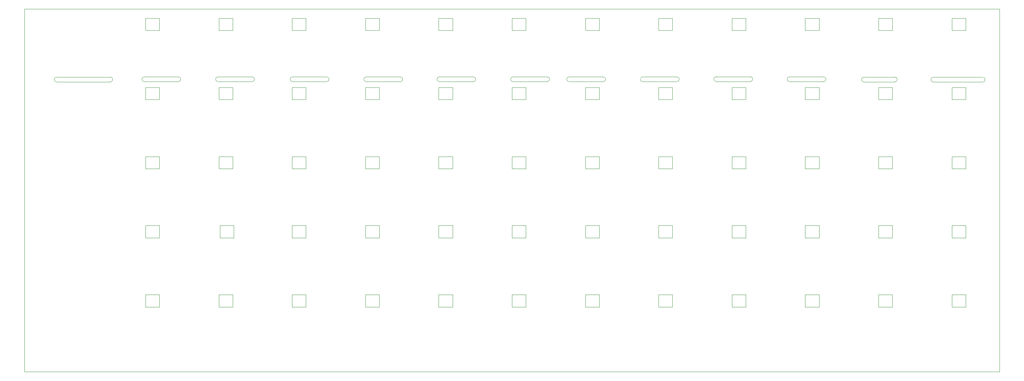
<source format=gbr>
%TF.GenerationSoftware,KiCad,Pcbnew,(6.0.1)*%
%TF.CreationDate,2022-01-22T18:41:09-05:00*%
%TF.ProjectId,ortho,6f727468-6f2e-46b6-9963-61645f706362,rev?*%
%TF.SameCoordinates,Original*%
%TF.FileFunction,Profile,NP*%
%FSLAX46Y46*%
G04 Gerber Fmt 4.6, Leading zero omitted, Abs format (unit mm)*
G04 Created by KiCad (PCBNEW (6.0.1)) date 2022-01-22 18:41:09*
%MOMM*%
%LPD*%
G01*
G04 APERTURE LIST*
%TA.AperFunction,Profile*%
%ADD10C,0.100000*%
%TD*%
%TA.AperFunction,Profile*%
%ADD11C,0.120000*%
%TD*%
G04 APERTURE END LIST*
D10*
X90750000Y-51850000D02*
G75*
G03*
X90750000Y-50650000I0J600000D01*
G01*
X37650000Y-51900000D02*
G75*
G03*
X37650000Y-50700000I0J600000D01*
G01*
X176770000Y-51850000D02*
G75*
G03*
X176770000Y-50650000I0J600000D01*
G01*
X186450000Y-50605150D02*
G75*
G03*
X186450000Y-51805150I0J-600000D01*
G01*
X118450000Y-50650000D02*
X126800000Y-50650000D01*
X239750000Y-50748850D02*
X251850000Y-50748850D01*
X46000000Y-50650000D02*
X54350000Y-50650000D01*
X100500000Y-50650000D02*
G75*
G03*
X100500000Y-51850000I0J-600000D01*
G01*
X126800000Y-51850000D02*
G75*
G03*
X126800000Y-50650000I0J600000D01*
G01*
X168420000Y-51850000D02*
X176770000Y-51850000D01*
X82400000Y-50650000D02*
G75*
G03*
X82400000Y-51850000I0J-600000D01*
G01*
X150320000Y-51850000D02*
X158670000Y-51850000D01*
X100500000Y-50650000D02*
X108850000Y-50650000D01*
X222700000Y-51900000D02*
X230300000Y-51900000D01*
X230300000Y-51900000D02*
G75*
G03*
X230300000Y-50700000I0J600000D01*
G01*
X24450000Y-51900000D02*
X37650000Y-51900000D01*
X239750000Y-51948850D02*
X251850000Y-51948850D01*
X46000000Y-51850000D02*
X54350000Y-51850000D01*
X204450000Y-51850000D02*
X212800000Y-51850000D01*
X251850000Y-51948850D02*
G75*
G03*
X251850000Y-50748850I0J600000D01*
G01*
X204450000Y-50650000D02*
G75*
G03*
X204450000Y-51850000I0J-600000D01*
G01*
X82400000Y-50650000D02*
X90750000Y-50650000D01*
X150320000Y-50650000D02*
G75*
G03*
X150320000Y-51850000I0J-600000D01*
G01*
X118450000Y-50650000D02*
G75*
G03*
X118450000Y-51850000I0J-600000D01*
G01*
X72450000Y-51850000D02*
G75*
G03*
X72450000Y-50650000I0J600000D01*
G01*
X16600000Y-34000000D02*
X256000000Y-34000000D01*
X256000000Y-34000000D02*
X256000000Y-123200000D01*
X256000000Y-123200000D02*
X16600000Y-123200000D01*
X16600000Y-123200000D02*
X16600000Y-34000000D01*
X158670000Y-51850000D02*
G75*
G03*
X158670000Y-50650000I0J600000D01*
G01*
X222700000Y-50700000D02*
X230300000Y-50700000D01*
X194800000Y-51805150D02*
G75*
G03*
X194800000Y-50605150I0J600000D01*
G01*
X82400000Y-51850000D02*
X90750000Y-51850000D01*
X46000000Y-50650000D02*
G75*
G03*
X46000000Y-51850000I0J-600000D01*
G01*
X168420000Y-50650000D02*
X176770000Y-50650000D01*
X136550000Y-50650000D02*
X144900000Y-50650000D01*
X204450000Y-50650000D02*
X212800000Y-50650000D01*
X212800000Y-51850000D02*
G75*
G03*
X212800000Y-50650000I0J600000D01*
G01*
X150320000Y-50650000D02*
X158670000Y-50650000D01*
X54350000Y-51850000D02*
G75*
G03*
X54350000Y-50650000I0J600000D01*
G01*
X100500000Y-51850000D02*
X108850000Y-51850000D01*
X118450000Y-51850000D02*
X126800000Y-51850000D01*
X64100000Y-51850000D02*
X72450000Y-51850000D01*
X64100000Y-50650000D02*
X72450000Y-50650000D01*
X222700000Y-50700000D02*
G75*
G03*
X222700000Y-51900000I0J-600000D01*
G01*
X136550000Y-51850000D02*
X144900000Y-51850000D01*
X239750000Y-50748850D02*
G75*
G03*
X239750000Y-51948850I0J-600000D01*
G01*
X108850000Y-51850000D02*
G75*
G03*
X108850000Y-50650000I0J600000D01*
G01*
X144900000Y-51850000D02*
G75*
G03*
X144900000Y-50650000I0J600000D01*
G01*
X64100000Y-50650000D02*
G75*
G03*
X64100000Y-51850000I0J-600000D01*
G01*
X186450000Y-50605150D02*
X194800000Y-50605150D01*
X24450000Y-50700000D02*
G75*
G03*
X24450000Y-51900000I0J-600000D01*
G01*
X136550000Y-50650000D02*
G75*
G03*
X136550000Y-51850000I0J-600000D01*
G01*
X186450000Y-51805150D02*
X194800000Y-51805150D01*
X168420000Y-50650000D02*
G75*
G03*
X168420000Y-51850000I0J-600000D01*
G01*
X24450000Y-50700000D02*
X37650000Y-50700000D01*
D11*
%TO.C,D83*%
X226300000Y-56250000D02*
X229700000Y-56250000D01*
X229700000Y-56250000D02*
X229700000Y-53250000D01*
X226300000Y-53250000D02*
X226300000Y-56250000D01*
X229700000Y-53250000D02*
X226300000Y-53250000D01*
%TO.C,D85*%
X46300000Y-73250000D02*
X49700000Y-73250000D01*
X49700000Y-70250000D02*
X46300000Y-70250000D01*
X46300000Y-70250000D02*
X46300000Y-73250000D01*
X49700000Y-73250000D02*
X49700000Y-70250000D01*
%TO.C,D108*%
X244300000Y-90250000D02*
X247700000Y-90250000D01*
X247700000Y-87250000D02*
X244300000Y-87250000D01*
X247700000Y-90250000D02*
X247700000Y-87250000D01*
X244300000Y-87250000D02*
X244300000Y-90250000D01*
%TO.C,D84*%
X244300000Y-53250000D02*
X244300000Y-56250000D01*
X244300000Y-56250000D02*
X247700000Y-56250000D01*
X247700000Y-56250000D02*
X247700000Y-53250000D01*
X247700000Y-53250000D02*
X244300000Y-53250000D01*
%TO.C,D106*%
X208300000Y-90250000D02*
X211700000Y-90250000D01*
X208300000Y-87250000D02*
X208300000Y-90250000D01*
X211700000Y-90250000D02*
X211700000Y-87250000D01*
X211700000Y-87250000D02*
X208300000Y-87250000D01*
%TO.C,D89*%
X118300000Y-70250000D02*
X118300000Y-73250000D01*
X118300000Y-73250000D02*
X121700000Y-73250000D01*
X121700000Y-70250000D02*
X118300000Y-70250000D01*
X121700000Y-73250000D02*
X121700000Y-70250000D01*
%TO.C,D64*%
X100300000Y-39250000D02*
X103700000Y-39250000D01*
X100300000Y-36250000D02*
X100300000Y-39250000D01*
X103700000Y-39250000D02*
X103700000Y-36250000D01*
X103700000Y-36250000D02*
X100300000Y-36250000D01*
%TO.C,D93*%
X190300000Y-70250000D02*
X190300000Y-73250000D01*
X193700000Y-73250000D02*
X193700000Y-70250000D01*
X193700000Y-70250000D02*
X190300000Y-70250000D01*
X190300000Y-73250000D02*
X193700000Y-73250000D01*
%TO.C,D96*%
X244300000Y-73250000D02*
X247700000Y-73250000D01*
X247700000Y-70250000D02*
X244300000Y-70250000D01*
X247700000Y-73250000D02*
X247700000Y-70250000D01*
X244300000Y-70250000D02*
X244300000Y-73250000D01*
%TO.C,D105*%
X190300000Y-87250000D02*
X190300000Y-90250000D01*
X193700000Y-90250000D02*
X193700000Y-87250000D01*
X190300000Y-90250000D02*
X193700000Y-90250000D01*
X193700000Y-87250000D02*
X190300000Y-87250000D01*
%TO.C,D101*%
X118300000Y-87250000D02*
X118300000Y-90250000D01*
X118300000Y-90250000D02*
X121700000Y-90250000D01*
X121700000Y-90250000D02*
X121700000Y-87250000D01*
X121700000Y-87250000D02*
X118300000Y-87250000D01*
%TO.C,D102*%
X136300000Y-87250000D02*
X136300000Y-90250000D01*
X139700000Y-87250000D02*
X136300000Y-87250000D01*
X136300000Y-90250000D02*
X139700000Y-90250000D01*
X139700000Y-90250000D02*
X139700000Y-87250000D01*
%TO.C,D63*%
X85700000Y-36250000D02*
X82300000Y-36250000D01*
X82300000Y-36250000D02*
X82300000Y-39250000D01*
X85700000Y-39250000D02*
X85700000Y-36250000D01*
X82300000Y-39250000D02*
X85700000Y-39250000D01*
%TO.C,D118*%
X208300000Y-107250000D02*
X211700000Y-107250000D01*
X211700000Y-107250000D02*
X211700000Y-104250000D01*
X208300000Y-104250000D02*
X208300000Y-107250000D01*
X211700000Y-104250000D02*
X208300000Y-104250000D01*
%TO.C,D120*%
X247700000Y-104250000D02*
X244300000Y-104250000D01*
X247700000Y-107250000D02*
X247700000Y-104250000D01*
X244300000Y-104250000D02*
X244300000Y-107250000D01*
X244300000Y-107250000D02*
X247700000Y-107250000D01*
%TO.C,D119*%
X226300000Y-104250000D02*
X226300000Y-107250000D01*
X229700000Y-104250000D02*
X226300000Y-104250000D01*
X226300000Y-107250000D02*
X229700000Y-107250000D01*
X229700000Y-107250000D02*
X229700000Y-104250000D01*
%TO.C,D71*%
X229700000Y-39250000D02*
X229700000Y-36250000D01*
X226300000Y-36250000D02*
X226300000Y-39250000D01*
X229700000Y-36250000D02*
X226300000Y-36250000D01*
X226300000Y-39250000D02*
X229700000Y-39250000D01*
%TO.C,D92*%
X172300000Y-73250000D02*
X175700000Y-73250000D01*
X175700000Y-73250000D02*
X175700000Y-70250000D01*
X175700000Y-70250000D02*
X172300000Y-70250000D01*
X172300000Y-70250000D02*
X172300000Y-73250000D01*
%TO.C,D76*%
X100300000Y-56250000D02*
X103700000Y-56250000D01*
X100300000Y-53250000D02*
X100300000Y-56250000D01*
X103700000Y-56250000D02*
X103700000Y-53250000D01*
X103700000Y-53250000D02*
X100300000Y-53250000D01*
%TO.C,D67*%
X154300000Y-36250000D02*
X154300000Y-39250000D01*
X154300000Y-39250000D02*
X157700000Y-39250000D01*
X157700000Y-39250000D02*
X157700000Y-36250000D01*
X157700000Y-36250000D02*
X154300000Y-36250000D01*
%TO.C,D74*%
X67700000Y-56250000D02*
X67700000Y-53250000D01*
X64300000Y-56250000D02*
X67700000Y-56250000D01*
X67700000Y-53250000D02*
X64300000Y-53250000D01*
X64300000Y-53250000D02*
X64300000Y-56250000D01*
%TO.C,D62*%
X64300000Y-39250000D02*
X67700000Y-39250000D01*
X64300000Y-36250000D02*
X64300000Y-39250000D01*
X67700000Y-36250000D02*
X64300000Y-36250000D01*
X67700000Y-39250000D02*
X67700000Y-36250000D01*
%TO.C,D87*%
X85700000Y-73250000D02*
X85700000Y-70250000D01*
X85700000Y-70250000D02*
X82300000Y-70250000D01*
X82300000Y-70250000D02*
X82300000Y-73250000D01*
X82300000Y-73250000D02*
X85700000Y-73250000D01*
%TO.C,D112*%
X100300000Y-107250000D02*
X103700000Y-107250000D01*
X100300000Y-104250000D02*
X100300000Y-107250000D01*
X103700000Y-107250000D02*
X103700000Y-104250000D01*
X103700000Y-104250000D02*
X100300000Y-104250000D01*
%TO.C,D109*%
X49700000Y-107250000D02*
X49700000Y-104250000D01*
X46300000Y-107250000D02*
X49700000Y-107250000D01*
X49700000Y-104250000D02*
X46300000Y-104250000D01*
X46300000Y-104250000D02*
X46300000Y-107250000D01*
%TO.C,D88*%
X100300000Y-73250000D02*
X103700000Y-73250000D01*
X100300000Y-70250000D02*
X100300000Y-73250000D01*
X103700000Y-73250000D02*
X103700000Y-70250000D01*
X103700000Y-70250000D02*
X100300000Y-70250000D01*
%TO.C,D90*%
X136300000Y-70250000D02*
X136300000Y-73250000D01*
X136300000Y-73250000D02*
X139700000Y-73250000D01*
X139700000Y-70250000D02*
X136300000Y-70250000D01*
X139700000Y-73250000D02*
X139700000Y-70250000D01*
%TO.C,D111*%
X82300000Y-107250000D02*
X85700000Y-107250000D01*
X82300000Y-104250000D02*
X82300000Y-107250000D01*
X85700000Y-107250000D02*
X85700000Y-104250000D01*
X85700000Y-104250000D02*
X82300000Y-104250000D01*
%TO.C,D66*%
X136300000Y-39250000D02*
X139700000Y-39250000D01*
X136300000Y-36250000D02*
X136300000Y-39250000D01*
X139700000Y-36250000D02*
X136300000Y-36250000D01*
X139700000Y-39250000D02*
X139700000Y-36250000D01*
%TO.C,D116*%
X175700000Y-104250000D02*
X172300000Y-104250000D01*
X175700000Y-107250000D02*
X175700000Y-104250000D01*
X172300000Y-104250000D02*
X172300000Y-107250000D01*
X172300000Y-107250000D02*
X175700000Y-107250000D01*
%TO.C,D115*%
X154300000Y-104250000D02*
X154300000Y-107250000D01*
X154300000Y-107250000D02*
X157700000Y-107250000D01*
X157700000Y-104250000D02*
X154300000Y-104250000D01*
X157700000Y-107250000D02*
X157700000Y-104250000D01*
%TO.C,D86*%
X67700000Y-73250000D02*
X67700000Y-70250000D01*
X64300000Y-73250000D02*
X67700000Y-73250000D01*
X64300000Y-70250000D02*
X64300000Y-73250000D01*
X67700000Y-70250000D02*
X64300000Y-70250000D01*
%TO.C,D68*%
X172300000Y-36250000D02*
X172300000Y-39250000D01*
X172300000Y-39250000D02*
X175700000Y-39250000D01*
X175700000Y-39250000D02*
X175700000Y-36250000D01*
X175700000Y-36250000D02*
X172300000Y-36250000D01*
%TO.C,D103*%
X154300000Y-87250000D02*
X154300000Y-90250000D01*
X154300000Y-90250000D02*
X157700000Y-90250000D01*
X157700000Y-87250000D02*
X154300000Y-87250000D01*
X157700000Y-90250000D02*
X157700000Y-87250000D01*
%TO.C,D78*%
X136300000Y-56250000D02*
X139700000Y-56250000D01*
X136300000Y-53250000D02*
X136300000Y-56250000D01*
X139700000Y-56250000D02*
X139700000Y-53250000D01*
X139700000Y-53250000D02*
X136300000Y-53250000D01*
%TO.C,D69*%
X190300000Y-39250000D02*
X193700000Y-39250000D01*
X190300000Y-36250000D02*
X190300000Y-39250000D01*
X193700000Y-36250000D02*
X190300000Y-36250000D01*
X193700000Y-39250000D02*
X193700000Y-36250000D01*
%TO.C,D94*%
X211700000Y-73250000D02*
X211700000Y-70250000D01*
X208300000Y-73250000D02*
X211700000Y-73250000D01*
X208300000Y-70250000D02*
X208300000Y-73250000D01*
X211700000Y-70250000D02*
X208300000Y-70250000D01*
%TO.C,D82*%
X211700000Y-56250000D02*
X211700000Y-53250000D01*
X208300000Y-56250000D02*
X211700000Y-56250000D01*
X208300000Y-53250000D02*
X208300000Y-56250000D01*
X211700000Y-53250000D02*
X208300000Y-53250000D01*
%TO.C,D72*%
X244300000Y-39250000D02*
X247700000Y-39250000D01*
X247700000Y-39250000D02*
X247700000Y-36250000D01*
X247700000Y-36250000D02*
X244300000Y-36250000D01*
X244300000Y-36250000D02*
X244300000Y-39250000D01*
%TO.C,D100*%
X103700000Y-90250000D02*
X103700000Y-87250000D01*
X100300000Y-87250000D02*
X100300000Y-90250000D01*
X103700000Y-87250000D02*
X100300000Y-87250000D01*
X100300000Y-90250000D02*
X103700000Y-90250000D01*
%TO.C,D97*%
X49700000Y-90250000D02*
X49700000Y-87250000D01*
X49700000Y-87250000D02*
X46300000Y-87250000D01*
X46300000Y-87250000D02*
X46300000Y-90250000D01*
X46300000Y-90250000D02*
X49700000Y-90250000D01*
%TO.C,D61*%
X46300000Y-39250000D02*
X49700000Y-39250000D01*
X46300000Y-36250000D02*
X46300000Y-39250000D01*
X49700000Y-36250000D02*
X46300000Y-36250000D01*
X49700000Y-39250000D02*
X49700000Y-36250000D01*
%TO.C,D81*%
X193700000Y-56250000D02*
X193700000Y-53250000D01*
X190300000Y-56250000D02*
X193700000Y-56250000D01*
X193700000Y-53250000D02*
X190300000Y-53250000D01*
X190300000Y-53250000D02*
X190300000Y-56250000D01*
%TO.C,D110*%
X67700000Y-107250000D02*
X67700000Y-104250000D01*
X64300000Y-107250000D02*
X67700000Y-107250000D01*
X67700000Y-104250000D02*
X64300000Y-104250000D01*
X64300000Y-104250000D02*
X64300000Y-107250000D01*
%TO.C,D65*%
X121700000Y-36250000D02*
X118300000Y-36250000D01*
X118300000Y-39250000D02*
X121700000Y-39250000D01*
X118300000Y-36250000D02*
X118300000Y-39250000D01*
X121700000Y-39250000D02*
X121700000Y-36250000D01*
%TO.C,D73*%
X46300000Y-53250000D02*
X46300000Y-56250000D01*
X46300000Y-56250000D02*
X49700000Y-56250000D01*
X49700000Y-56250000D02*
X49700000Y-53250000D01*
X49700000Y-53250000D02*
X46300000Y-53250000D01*
%TO.C,D99*%
X82300000Y-90250000D02*
X85700000Y-90250000D01*
X82300000Y-87250000D02*
X82300000Y-90250000D01*
X85700000Y-87250000D02*
X82300000Y-87250000D01*
X85700000Y-90250000D02*
X85700000Y-87250000D01*
%TO.C,D114*%
X139700000Y-107250000D02*
X139700000Y-104250000D01*
X136300000Y-107250000D02*
X139700000Y-107250000D01*
X139700000Y-104250000D02*
X136300000Y-104250000D01*
X136300000Y-104250000D02*
X136300000Y-107250000D01*
%TO.C,D117*%
X193700000Y-107250000D02*
X193700000Y-104250000D01*
X190300000Y-104250000D02*
X190300000Y-107250000D01*
X190300000Y-107250000D02*
X193700000Y-107250000D01*
X193700000Y-104250000D02*
X190300000Y-104250000D01*
%TO.C,D75*%
X82300000Y-56250000D02*
X85700000Y-56250000D01*
X82300000Y-53250000D02*
X82300000Y-56250000D01*
X85700000Y-53250000D02*
X82300000Y-53250000D01*
X85700000Y-56250000D02*
X85700000Y-53250000D01*
%TO.C,D70*%
X211700000Y-39250000D02*
X211700000Y-36250000D01*
X211700000Y-36250000D02*
X208300000Y-36250000D01*
X208300000Y-36250000D02*
X208300000Y-39250000D01*
X208300000Y-39250000D02*
X211700000Y-39250000D01*
%TO.C,D107*%
X226300000Y-87250000D02*
X226300000Y-90250000D01*
X229700000Y-87250000D02*
X226300000Y-87250000D01*
X229700000Y-90250000D02*
X229700000Y-87250000D01*
X226300000Y-90250000D02*
X229700000Y-90250000D01*
%TO.C,D77*%
X121700000Y-53250000D02*
X118300000Y-53250000D01*
X121700000Y-56250000D02*
X121700000Y-53250000D01*
X118300000Y-53250000D02*
X118300000Y-56250000D01*
X118300000Y-56250000D02*
X121700000Y-56250000D01*
%TO.C,D113*%
X121700000Y-107250000D02*
X121700000Y-104250000D01*
X121700000Y-104250000D02*
X118300000Y-104250000D01*
X118300000Y-107250000D02*
X121700000Y-107250000D01*
X118300000Y-104250000D02*
X118300000Y-107250000D01*
%TO.C,D80*%
X172300000Y-53250000D02*
X172300000Y-56250000D01*
X175700000Y-56250000D02*
X175700000Y-53250000D01*
X175700000Y-53250000D02*
X172300000Y-53250000D01*
X172300000Y-56250000D02*
X175700000Y-56250000D01*
%TO.C,D95*%
X229700000Y-73250000D02*
X229700000Y-70250000D01*
X226300000Y-70250000D02*
X226300000Y-73250000D01*
X229700000Y-70250000D02*
X226300000Y-70250000D01*
X226300000Y-73250000D02*
X229700000Y-73250000D01*
%TO.C,D79*%
X157700000Y-56250000D02*
X157700000Y-53250000D01*
X154300000Y-56250000D02*
X157700000Y-56250000D01*
X157700000Y-53250000D02*
X154300000Y-53250000D01*
X154300000Y-53250000D02*
X154300000Y-56250000D01*
%TO.C,D104*%
X175700000Y-90250000D02*
X175700000Y-87250000D01*
X172300000Y-87250000D02*
X172300000Y-90250000D01*
X172300000Y-90250000D02*
X175700000Y-90250000D01*
X175700000Y-87250000D02*
X172300000Y-87250000D01*
%TO.C,D98*%
X64550000Y-90250000D02*
X67950000Y-90250000D01*
X67950000Y-87250000D02*
X64550000Y-87250000D01*
X67950000Y-90250000D02*
X67950000Y-87250000D01*
X64550000Y-87250000D02*
X64550000Y-90250000D01*
%TO.C,D91*%
X154300000Y-73250000D02*
X157700000Y-73250000D01*
X154300000Y-70250000D02*
X154300000Y-73250000D01*
X157700000Y-70250000D02*
X154300000Y-70250000D01*
X157700000Y-73250000D02*
X157700000Y-70250000D01*
%TD*%
M02*

</source>
